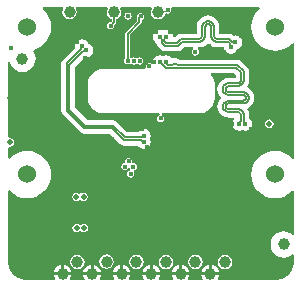
<source format=gbl>
G04*
G04 #@! TF.GenerationSoftware,Altium Limited,Altium Designer,20.0.13 (296)*
G04*
G04 Layer_Physical_Order=4*
G04 Layer_Color=16711680*
%FSLAX44Y44*%
%MOMM*%
G71*
G01*
G75*
%ADD13C,0.2000*%
%ADD57C,0.1270*%
%ADD60C,1.0000*%
%ADD62C,0.1016*%
%ADD66C,0.1040*%
%ADD69C,1.5240*%
%ADD70C,0.4100*%
%ADD71C,0.4000*%
%ADD72C,0.5080*%
%ADD73C,0.4064*%
G36*
X-74982Y115426D02*
X-74383Y114305D01*
X-74777Y113716D01*
X-75243Y111375D01*
X-74777Y109034D01*
X-73451Y107049D01*
X-71466Y105723D01*
X-69125Y105258D01*
X-66784Y105723D01*
X-64799Y107049D01*
X-63473Y109034D01*
X-63007Y111375D01*
X-63473Y113716D01*
X-63867Y114305D01*
X-63268Y115426D01*
X-37357D01*
X-36758Y114305D01*
X-37152Y113716D01*
X-37617Y111375D01*
X-37152Y109034D01*
X-35826Y107049D01*
X-33841Y105723D01*
X-33167Y105589D01*
Y104055D01*
X-34250Y103110D01*
X-35440Y102873D01*
X-36449Y102199D01*
X-37123Y101190D01*
X-37360Y100000D01*
X-37123Y98810D01*
X-36449Y97801D01*
X-35440Y97127D01*
X-34250Y96890D01*
X-33060Y97127D01*
X-32051Y97801D01*
X-31377Y98810D01*
X-31140Y100000D01*
X-31281Y100705D01*
X-30321Y101664D01*
X-29960Y102205D01*
X-29833Y102843D01*
Y105589D01*
X-29159Y105723D01*
X-27174Y107049D01*
X-25848Y109034D01*
X-25382Y111375D01*
X-25848Y113716D01*
X-26242Y114305D01*
X-25643Y115426D01*
X-107D01*
X492Y114305D01*
X98Y113716D01*
X-367Y111375D01*
X98Y109034D01*
X1424Y107049D01*
X3409Y105723D01*
X5750Y105258D01*
X8091Y105723D01*
X10076Y107049D01*
X11402Y109034D01*
X11605Y110055D01*
X12685Y110502D01*
X13875Y110265D01*
X15065Y110502D01*
X16074Y111176D01*
X16748Y112185D01*
X16985Y113375D01*
X16830Y114156D01*
X17584Y115426D01*
X91525Y115426D01*
X91952Y114230D01*
X90754Y113246D01*
X88248Y110193D01*
X86387Y106710D01*
X85240Y102930D01*
X84853Y99000D01*
X85240Y95070D01*
X86387Y91290D01*
X88248Y87807D01*
X90754Y84754D01*
X93807Y82248D01*
X97290Y80387D01*
X101069Y79240D01*
X105000Y78853D01*
X108931Y79240D01*
X112710Y80387D01*
X116193Y82248D01*
X119246Y84754D01*
X119920Y85575D01*
X121116Y85147D01*
X121116Y-12147D01*
X119920Y-12575D01*
X119246Y-11754D01*
X116193Y-9248D01*
X112710Y-7387D01*
X108931Y-6240D01*
X105000Y-5853D01*
X101069Y-6240D01*
X97290Y-7387D01*
X93807Y-9248D01*
X90754Y-11754D01*
X88248Y-14807D01*
X86387Y-18290D01*
X85240Y-22069D01*
X84853Y-26000D01*
X85240Y-29931D01*
X86387Y-33710D01*
X88248Y-37193D01*
X90754Y-40246D01*
X93807Y-42752D01*
X97290Y-44613D01*
X101069Y-45760D01*
X105000Y-46147D01*
X108931Y-45760D01*
X112710Y-44613D01*
X116193Y-42752D01*
X119246Y-40246D01*
X119920Y-39425D01*
X121116Y-39853D01*
X121116Y-76345D01*
X119846Y-76867D01*
X117910Y-75382D01*
X115204Y-74261D01*
X112300Y-73879D01*
X109396Y-74261D01*
X106690Y-75382D01*
X104366Y-77166D01*
X102582Y-79489D01*
X101461Y-82196D01*
X101079Y-85100D01*
X101461Y-88004D01*
X102582Y-90710D01*
X104366Y-93034D01*
X106690Y-94818D01*
X109396Y-95939D01*
X112300Y-96321D01*
X115204Y-95939D01*
X117910Y-94818D01*
X119846Y-93333D01*
X121116Y-93855D01*
Y-100897D01*
X120496Y-104011D01*
X119281Y-106944D01*
X117518Y-109583D01*
X115273Y-111828D01*
X112634Y-113591D01*
X109701Y-114806D01*
X106587Y-115426D01*
X105000Y-115426D01*
X56941Y-115426D01*
X56315Y-114156D01*
X56586Y-113802D01*
X57346Y-111968D01*
X57438Y-111270D01*
X50000D01*
X42562D01*
X42654Y-111968D01*
X43414Y-113802D01*
X43685Y-114156D01*
X43059Y-115426D01*
X31942Y-115426D01*
X31315Y-114156D01*
X31586Y-113802D01*
X32346Y-111968D01*
X32438Y-111270D01*
X25000D01*
X17562D01*
X17654Y-111968D01*
X18414Y-113802D01*
X18685Y-114156D01*
X18058Y-115426D01*
X6942Y-115426D01*
X6315Y-114156D01*
X6586Y-113802D01*
X7346Y-111968D01*
X7438Y-111270D01*
X0D01*
X-7438D01*
X-7346Y-111968D01*
X-6586Y-113802D01*
X-6315Y-114156D01*
X-6942Y-115426D01*
X-18059Y-115426D01*
X-18685Y-114156D01*
X-18414Y-113802D01*
X-17654Y-111968D01*
X-17562Y-111270D01*
X-25000D01*
X-32438D01*
X-32346Y-111968D01*
X-31586Y-113802D01*
X-31316Y-114156D01*
X-31942Y-115426D01*
X-43058Y-115426D01*
X-43685Y-114156D01*
X-43414Y-113802D01*
X-42654Y-111968D01*
X-42562Y-111270D01*
X-50000D01*
X-57438D01*
X-57346Y-111968D01*
X-56586Y-113802D01*
X-56315Y-114156D01*
X-56942Y-115426D01*
X-68058Y-115426D01*
X-68685Y-114156D01*
X-68414Y-113802D01*
X-67654Y-111968D01*
X-67562Y-111270D01*
X-75000D01*
X-82438D01*
X-82346Y-111968D01*
X-81586Y-113802D01*
X-81315Y-114156D01*
X-81942Y-115426D01*
X-106587Y-115426D01*
X-109701Y-114806D01*
X-112633Y-113591D01*
X-115273Y-111828D01*
X-117518Y-109583D01*
X-119281Y-106944D01*
X-120496Y-104011D01*
X-121115Y-100897D01*
X-121115Y-99310D01*
X-121115Y-99310D01*
X-121115Y-99310D01*
X-121115Y-39853D01*
X-119920Y-39425D01*
X-119246Y-40246D01*
X-116193Y-42752D01*
X-112710Y-44613D01*
X-108931Y-45760D01*
X-105000Y-46147D01*
X-101069Y-45760D01*
X-97290Y-44613D01*
X-93807Y-42752D01*
X-90754Y-40246D01*
X-88248Y-37193D01*
X-86387Y-33710D01*
X-85240Y-29931D01*
X-84853Y-26000D01*
X-85240Y-22069D01*
X-86387Y-18290D01*
X-88248Y-14807D01*
X-90754Y-11754D01*
X-93807Y-9248D01*
X-97290Y-7387D01*
X-101069Y-6240D01*
X-105000Y-5853D01*
X-108931Y-6240D01*
X-112710Y-7387D01*
X-116193Y-9248D01*
X-119246Y-11754D01*
X-119920Y-12575D01*
X-121115Y-12147D01*
Y-3381D01*
X-119845Y-2391D01*
X-119375Y-2484D01*
X-117994Y-2210D01*
X-116823Y-1427D01*
X-116040Y-256D01*
X-115766Y1125D01*
X-116040Y2506D01*
X-116823Y3677D01*
X-117994Y4460D01*
X-119375Y4734D01*
X-119845Y4641D01*
X-121115Y5631D01*
X-121115Y69064D01*
X-119845Y69147D01*
X-119839Y69096D01*
X-118718Y66389D01*
X-116934Y64066D01*
X-114611Y62282D01*
X-111904Y61161D01*
X-109000Y60779D01*
X-106096Y61161D01*
X-103390Y62282D01*
X-101066Y64066D01*
X-99282Y66389D01*
X-98161Y69096D01*
X-97779Y72000D01*
X-98161Y74904D01*
X-99282Y77611D01*
X-99955Y78487D01*
X-99566Y79696D01*
X-97290Y80387D01*
X-93807Y82248D01*
X-90754Y84754D01*
X-88248Y87807D01*
X-86387Y91290D01*
X-85240Y95070D01*
X-84853Y99000D01*
X-85240Y102930D01*
X-86387Y106710D01*
X-88248Y110193D01*
X-90754Y113246D01*
X-91953Y114230D01*
X-91525Y115426D01*
X-74982Y115426D01*
D02*
G37*
%LPC*%
G36*
X-19651Y111366D02*
X-20842Y111129D01*
X-21850Y110455D01*
X-22524Y109446D01*
X-22761Y108256D01*
X-22524Y107066D01*
X-21850Y106057D01*
X-20842Y105383D01*
X-19651Y105146D01*
X-18461Y105383D01*
X-17452Y106057D01*
X-16778Y107066D01*
X-16542Y108256D01*
X-16778Y109446D01*
X-17452Y110455D01*
X-18461Y111129D01*
X-19651Y111366D01*
D02*
G37*
G36*
X48138Y108661D02*
X45719Y108343D01*
X43464Y107409D01*
X41528Y105924D01*
X40043Y103987D01*
X39109Y101733D01*
X38804Y99419D01*
X38783Y99313D01*
Y93202D01*
X25187D01*
X23452Y92857D01*
X21982Y91874D01*
X21982Y91874D01*
X20250Y90142D01*
X18883Y90189D01*
X18525Y90625D01*
X18070Y92912D01*
X16775Y94850D01*
X14836Y96145D01*
X12550Y96600D01*
X10264Y96145D01*
X10000Y95969D01*
X9736Y96145D01*
X7450Y96600D01*
X5163Y96145D01*
X3225Y94850D01*
X1930Y92912D01*
X1475Y90625D01*
X1930Y88339D01*
X3225Y86400D01*
X4338Y85656D01*
X4670Y83989D01*
X5652Y82519D01*
X8250Y79920D01*
X9721Y78938D01*
X11455Y78593D01*
X22875D01*
X24609Y78938D01*
X26080Y79920D01*
X28011Y81852D01*
X35289D01*
X35426Y81649D01*
X35166Y79974D01*
X34492Y78965D01*
X34255Y77775D01*
X34492Y76585D01*
X35166Y75576D01*
X36175Y74902D01*
X37365Y74665D01*
X38555Y74902D01*
X39564Y75576D01*
X40238Y76585D01*
X40474Y77775D01*
X40238Y78965D01*
X39564Y79974D01*
X39303Y81649D01*
X39440Y81852D01*
X40778D01*
X40883Y81873D01*
X43198Y82177D01*
X45452Y83111D01*
X47388Y84597D01*
X47503Y84746D01*
X48773D01*
X48888Y84597D01*
X50824Y83111D01*
X53079Y82177D01*
X55393Y81873D01*
X55498Y81852D01*
X61554D01*
X61949Y79866D01*
X63244Y77928D01*
X65182Y76633D01*
X67469Y76178D01*
X69755Y76633D01*
X71694Y77928D01*
X72989Y79866D01*
X73058Y80214D01*
X73406Y80283D01*
X75344Y81578D01*
X76640Y83517D01*
X77094Y85803D01*
X76640Y88090D01*
X75344Y90028D01*
X73406Y91323D01*
X71120Y91778D01*
X69785Y91513D01*
X69424Y91874D01*
X67953Y92857D01*
X66219Y93202D01*
X57493D01*
Y99313D01*
X57472Y99419D01*
X57168Y101733D01*
X56234Y103987D01*
X54748Y105924D01*
X52812Y107409D01*
X50558Y108343D01*
X48138Y108661D01*
D02*
G37*
G36*
X12550Y75222D02*
X10264Y74767D01*
X10000Y74591D01*
X9736Y74767D01*
X7450Y75222D01*
X5163Y74767D01*
X3225Y73472D01*
X1930Y71533D01*
X1475Y69247D01*
X1618Y68531D01*
X1253Y68236D01*
X448Y67901D01*
X-348Y68433D01*
X-1538Y68670D01*
X-2728Y68433D01*
X-3737Y67759D01*
X-4411Y66750D01*
X-4648Y65560D01*
X-4508Y64855D01*
X-5298Y63585D01*
X-40985D01*
X-41360Y63510D01*
X-41743D01*
X-43675Y63126D01*
X-44028Y62979D01*
X-44404Y62905D01*
X-46223Y62151D01*
X-46542Y61938D01*
X-46895Y61792D01*
X-48533Y60697D01*
X-48803Y60427D01*
X-49121Y60214D01*
X-50514Y58822D01*
X-50727Y58503D01*
X-50998Y58233D01*
X-52092Y56595D01*
X-52238Y56241D01*
X-52451Y55923D01*
X-53205Y54103D01*
X-53279Y53728D01*
X-53426Y53375D01*
X-53810Y51443D01*
Y51060D01*
X-53885Y50685D01*
Y38715D01*
X-53810Y38340D01*
Y37957D01*
X-53426Y36025D01*
X-53279Y35672D01*
X-53205Y35296D01*
X-52451Y33477D01*
X-52238Y33159D01*
X-52092Y32805D01*
X-50998Y31167D01*
X-50727Y30897D01*
X-50514Y30579D01*
X-49121Y29186D01*
X-48803Y28973D01*
X-48533Y28703D01*
X-46895Y27608D01*
X-46542Y27462D01*
X-46223Y27249D01*
X-44404Y26495D01*
X-44028Y26421D01*
X-43675Y26274D01*
X-41743Y25890D01*
X-41360D01*
X-40985Y25815D01*
X6923D01*
X7048Y24545D01*
X6810Y24498D01*
X5801Y23824D01*
X5127Y22815D01*
X4890Y21625D01*
X5127Y20435D01*
X5801Y19426D01*
X6810Y18752D01*
X8000Y18515D01*
X9190Y18752D01*
X10199Y19426D01*
X10873Y20435D01*
X11110Y21625D01*
X10873Y22815D01*
X10199Y23824D01*
X9190Y24498D01*
X8952Y24545D01*
X9077Y25815D01*
X40985D01*
X41360Y25890D01*
X41743D01*
X43675Y26274D01*
X44028Y26421D01*
X44404Y26495D01*
X46223Y27249D01*
X46541Y27462D01*
X46895Y27608D01*
X48533Y28703D01*
X48803Y28973D01*
X49121Y29186D01*
X50514Y30579D01*
X50727Y30897D01*
X50998Y31167D01*
X52092Y32805D01*
X52238Y33159D01*
X52451Y33477D01*
X53205Y35297D01*
X53279Y35672D01*
X53426Y36025D01*
X53810Y37957D01*
Y38340D01*
X53885Y38715D01*
Y50685D01*
X53810Y51060D01*
Y51443D01*
X53426Y53375D01*
X53279Y53728D01*
X53205Y54103D01*
X52451Y55923D01*
X52238Y56241D01*
X52092Y56595D01*
X50998Y58233D01*
X50727Y58503D01*
X50639Y58635D01*
X51005Y59905D01*
X70186D01*
X71557Y58534D01*
Y55699D01*
X65337D01*
X65232Y55678D01*
X62919Y55374D01*
X60665Y54440D01*
X58729Y52955D01*
X57244Y51019D01*
X56310Y48765D01*
X55992Y46346D01*
X56310Y43927D01*
X57244Y41673D01*
X58678Y39804D01*
X58875Y39439D01*
Y38541D01*
X58678Y38176D01*
X57244Y36307D01*
X56310Y34053D01*
X55992Y31634D01*
X56310Y29215D01*
X57244Y26961D01*
X58729Y25025D01*
X60665Y23540D01*
X62919Y22607D01*
X65232Y22302D01*
X65337Y22281D01*
X69668D01*
X69798Y22127D01*
X70231Y21011D01*
X69162Y19411D01*
X68707Y17125D01*
X69162Y14839D01*
X70457Y12900D01*
X72396Y11605D01*
X74682Y11150D01*
X76968Y11605D01*
X77232Y11781D01*
X77496Y11605D01*
X79782Y11150D01*
X82069Y11605D01*
X84007Y12900D01*
X85302Y14839D01*
X85757Y17125D01*
X85302Y19411D01*
X84007Y21350D01*
X82907Y22085D01*
Y24278D01*
X82886Y24384D01*
X82582Y26697D01*
X81648Y28951D01*
X81404Y29269D01*
X81733Y30496D01*
X82701Y30896D01*
X84636Y32381D01*
X86121Y34317D01*
X87055Y36571D01*
X87374Y38990D01*
X87055Y41409D01*
X86121Y43663D01*
X84636Y45599D01*
X82701Y47084D01*
X81733Y47485D01*
X81404Y48712D01*
X81648Y49029D01*
X82582Y51283D01*
X82886Y53596D01*
X82907Y53702D01*
Y61358D01*
X82562Y63092D01*
X81580Y64563D01*
X81580Y64563D01*
X76215Y69927D01*
X74745Y70910D01*
X73010Y71255D01*
X24901D01*
X24027D01*
X22677Y72157D01*
X20844Y72522D01*
Y72517D01*
X18816D01*
Y72522D01*
X17575Y72275D01*
X16775Y73472D01*
X14836Y74767D01*
X12550Y75222D01*
D02*
G37*
G36*
X-58736Y88711D02*
X-61023Y88256D01*
X-62961Y86961D01*
X-64256Y85023D01*
X-64711Y82736D01*
X-64453Y81439D01*
X-74671Y71221D01*
X-75654Y69751D01*
X-75999Y68017D01*
Y27984D01*
X-75654Y26249D01*
X-74671Y24779D01*
X-59813Y9920D01*
X-59813Y9920D01*
X-58342Y8938D01*
X-56608Y8593D01*
X-34905D01*
X-26196Y-116D01*
X-26196Y-116D01*
X-24726Y-1098D01*
X-22991Y-1443D01*
X-11335D01*
X-10600Y-2543D01*
X-8661Y-3838D01*
X-6375Y-4293D01*
X-4089Y-3838D01*
X-2150Y-2543D01*
X-855Y-604D01*
X-400Y1682D01*
X-855Y3968D01*
X-1031Y4232D01*
X-855Y4496D01*
X-400Y6782D01*
X-855Y9068D01*
X-2150Y11007D01*
X-4089Y12302D01*
X-6375Y12757D01*
X-8661Y12302D01*
X-10600Y11007D01*
X-11335Y9907D01*
X-20167D01*
X-28876Y18616D01*
X-30346Y19598D01*
X-32080Y19943D01*
X-53784D01*
X-64648Y30808D01*
Y65192D01*
X-56430Y73411D01*
X-55129Y73152D01*
X-52843Y73607D01*
X-50905Y74902D01*
X-49609Y76840D01*
X-49155Y79127D01*
X-49609Y81413D01*
X-50905Y83352D01*
X-52843Y84647D01*
X-53154Y84709D01*
X-53216Y85023D01*
X-54511Y86961D01*
X-56450Y88256D01*
X-58736Y88711D01*
D02*
G37*
G36*
X-8975Y111139D02*
X-10165Y110902D01*
X-11174Y110228D01*
X-11848Y109219D01*
X-12085Y108029D01*
X-11933Y107265D01*
X-11950Y107179D01*
Y104272D01*
X-21419Y94802D01*
X-21862Y94141D01*
X-22017Y93361D01*
Y72658D01*
X-22176Y72551D01*
X-22851Y71543D01*
X-23087Y70353D01*
X-22851Y69163D01*
X-22176Y68154D01*
X-21168Y67480D01*
X-19978Y67243D01*
X-18788Y67480D01*
X-18409Y67733D01*
X-17059Y67998D01*
X-16050Y67324D01*
X-14860Y67087D01*
X-13670Y67324D01*
X-13224Y67622D01*
X-12305Y67893D01*
X-11385Y67622D01*
X-10940Y67324D01*
X-9750Y67087D01*
X-8559Y67324D01*
X-7551Y67998D01*
X-6877Y69007D01*
X-6640Y70197D01*
X-6877Y71387D01*
X-7551Y72396D01*
X-8559Y73070D01*
X-9750Y73307D01*
X-10940Y73070D01*
X-11385Y72772D01*
X-12305Y72501D01*
X-13224Y72772D01*
X-13670Y73070D01*
X-14860Y73307D01*
X-16050Y73070D01*
X-16429Y72817D01*
X-16853Y72733D01*
X-17884Y73168D01*
X-17938Y73219D01*
Y92516D01*
X-8469Y101986D01*
X-8027Y102647D01*
X-7872Y103427D01*
Y105139D01*
X-7785Y105156D01*
X-6776Y105830D01*
X-6102Y106839D01*
X-5865Y108029D01*
X-6102Y109219D01*
X-6776Y110228D01*
X-7785Y110902D01*
X-8975Y111139D01*
D02*
G37*
G36*
X100125Y20609D02*
X98744Y20335D01*
X97573Y19552D01*
X96790Y18381D01*
X96516Y17000D01*
X96790Y15619D01*
X97573Y14448D01*
X98744Y13665D01*
X100125Y13391D01*
X101506Y13665D01*
X102677Y14448D01*
X103460Y15619D01*
X103734Y17000D01*
X103460Y18381D01*
X102677Y19552D01*
X101506Y20335D01*
X100125Y20609D01*
D02*
G37*
G36*
X-19100Y-11686D02*
X-20290Y-11923D01*
X-21299Y-12597D01*
X-21973Y-13606D01*
X-22210Y-14796D01*
X-22186Y-14915D01*
X-22164Y-16038D01*
X-23108Y-16295D01*
X-23352Y-16344D01*
X-24361Y-17018D01*
X-25035Y-18027D01*
X-25272Y-19217D01*
X-25035Y-20407D01*
X-24361Y-21416D01*
X-23352Y-22090D01*
X-22162Y-22327D01*
X-20972Y-22090D01*
X-19963Y-21416D01*
X-19442Y-20636D01*
X-18483Y-20583D01*
X-18057Y-20675D01*
X-17644Y-21379D01*
X-18069Y-22527D01*
X-18564Y-22626D01*
X-19573Y-23300D01*
X-20247Y-24309D01*
X-20484Y-25499D01*
X-20247Y-26689D01*
X-19573Y-27698D01*
X-18564Y-28372D01*
X-17374Y-28608D01*
X-16184Y-28372D01*
X-15175Y-27698D01*
X-14501Y-26689D01*
X-14264Y-25499D01*
X-14501Y-24309D01*
X-14813Y-23842D01*
X-14304Y-22471D01*
X-13809Y-22372D01*
X-12800Y-21698D01*
X-12126Y-20689D01*
X-11889Y-19499D01*
X-12126Y-18309D01*
X-12800Y-17300D01*
X-13809Y-16626D01*
X-14999Y-16389D01*
X-15099Y-16409D01*
X-16093Y-15312D01*
X-15990Y-14796D01*
X-16227Y-13606D01*
X-16901Y-12597D01*
X-17910Y-11923D01*
X-19100Y-11686D01*
D02*
G37*
G36*
X-63247Y-41263D02*
X-64629Y-41538D01*
X-65800Y-42320D01*
X-66582Y-43491D01*
X-66857Y-44873D01*
X-66582Y-46254D01*
X-65800Y-47425D01*
X-64629Y-48207D01*
X-63247Y-48482D01*
X-61866Y-48207D01*
X-61139Y-47722D01*
X-59810Y-47425D01*
X-58639Y-48208D01*
X-57258Y-48483D01*
X-55876Y-48208D01*
X-54705Y-47425D01*
X-53923Y-46255D01*
X-53648Y-44873D01*
X-53923Y-43492D01*
X-54705Y-42321D01*
X-55876Y-41539D01*
X-57258Y-41264D01*
X-58639Y-41539D01*
X-59366Y-42024D01*
X-60695Y-42320D01*
X-61866Y-41538D01*
X-63247Y-41263D01*
D02*
G37*
G36*
X-63038Y-67556D02*
X-64419Y-67830D01*
X-65590Y-68613D01*
X-66373Y-69784D01*
X-66648Y-71165D01*
X-66373Y-72546D01*
X-65590Y-73717D01*
X-64419Y-74500D01*
X-63038Y-74774D01*
X-61657Y-74500D01*
X-61063Y-74103D01*
X-59652Y-73929D01*
X-58481Y-74712D01*
X-57099Y-74986D01*
X-55718Y-74712D01*
X-54547Y-73929D01*
X-53765Y-72758D01*
X-53490Y-71377D01*
X-53765Y-69996D01*
X-54547Y-68825D01*
X-55718Y-68042D01*
X-57099Y-67768D01*
X-58481Y-68042D01*
X-59075Y-68439D01*
X-60486Y-68613D01*
X-61657Y-67830D01*
X-63038Y-67556D01*
D02*
G37*
G36*
X-37755Y-93628D02*
X-40096Y-94094D01*
X-42080Y-95420D01*
X-43407Y-97404D01*
X-43872Y-99745D01*
X-43407Y-102086D01*
X-42080Y-104071D01*
X-40096Y-105397D01*
X-37755Y-105863D01*
X-35413Y-105397D01*
X-33429Y-104071D01*
X-32103Y-102086D01*
X-31637Y-99745D01*
X-32103Y-97404D01*
X-33429Y-95420D01*
X-35413Y-94094D01*
X-37755Y-93628D01*
D02*
G37*
G36*
X62500Y-93883D02*
X60159Y-94348D01*
X58174Y-95674D01*
X56848Y-97659D01*
X56382Y-100000D01*
X56848Y-102341D01*
X58174Y-104326D01*
X60159Y-105652D01*
X62500Y-106117D01*
X64841Y-105652D01*
X66826Y-104326D01*
X68152Y-102341D01*
X68618Y-100000D01*
X68152Y-97659D01*
X66826Y-95674D01*
X64841Y-94348D01*
X62500Y-93883D01*
D02*
G37*
G36*
X37500D02*
X35159Y-94348D01*
X33174Y-95674D01*
X31848Y-97659D01*
X31383Y-100000D01*
X31848Y-102341D01*
X33174Y-104326D01*
X35159Y-105652D01*
X37500Y-106117D01*
X39841Y-105652D01*
X41826Y-104326D01*
X43152Y-102341D01*
X43618Y-100000D01*
X43152Y-97659D01*
X41826Y-95674D01*
X39841Y-94348D01*
X37500Y-93883D01*
D02*
G37*
G36*
X12500D02*
X10159Y-94348D01*
X8174Y-95674D01*
X6848Y-97659D01*
X6382Y-100000D01*
X6848Y-102341D01*
X8174Y-104326D01*
X10159Y-105652D01*
X12500Y-106117D01*
X14841Y-105652D01*
X16826Y-104326D01*
X18152Y-102341D01*
X18618Y-100000D01*
X18152Y-97659D01*
X16826Y-95674D01*
X14841Y-94348D01*
X12500Y-93883D01*
D02*
G37*
G36*
X-12500D02*
X-14841Y-94348D01*
X-16826Y-95674D01*
X-18152Y-97659D01*
X-18618Y-100000D01*
X-18152Y-102341D01*
X-16826Y-104326D01*
X-14841Y-105652D01*
X-12500Y-106117D01*
X-10159Y-105652D01*
X-8174Y-104326D01*
X-6848Y-102341D01*
X-6382Y-100000D01*
X-6848Y-97659D01*
X-8174Y-95674D01*
X-10159Y-94348D01*
X-12500Y-93883D01*
D02*
G37*
G36*
X-62500D02*
X-64841Y-94348D01*
X-66826Y-95674D01*
X-68152Y-97659D01*
X-68618Y-100000D01*
X-68152Y-102341D01*
X-66826Y-104326D01*
X-64841Y-105652D01*
X-62500Y-106117D01*
X-60159Y-105652D01*
X-58174Y-104326D01*
X-56848Y-102341D01*
X-56382Y-100000D01*
X-56848Y-97659D01*
X-58174Y-95674D01*
X-60159Y-94348D01*
X-62500Y-93883D01*
D02*
G37*
G36*
X26270Y-102562D02*
Y-108730D01*
X32438D01*
X32346Y-108032D01*
X31586Y-106198D01*
X30378Y-104622D01*
X28802Y-103414D01*
X26968Y-102654D01*
X26270Y-102562D01*
D02*
G37*
G36*
X-73730D02*
Y-108730D01*
X-67562D01*
X-67654Y-108032D01*
X-68414Y-106198D01*
X-69622Y-104622D01*
X-71198Y-103414D01*
X-73032Y-102654D01*
X-73730Y-102562D01*
D02*
G37*
G36*
X23730Y-102562D02*
X23032Y-102654D01*
X21198Y-103414D01*
X19622Y-104622D01*
X18414Y-106198D01*
X17654Y-108032D01*
X17562Y-108730D01*
X23730D01*
Y-102562D01*
D02*
G37*
G36*
X-76270D02*
X-76968Y-102654D01*
X-78802Y-103414D01*
X-80378Y-104622D01*
X-81586Y-106198D01*
X-82346Y-108032D01*
X-82438Y-108730D01*
X-76270D01*
Y-102562D01*
D02*
G37*
G36*
X-23730Y-102562D02*
Y-108730D01*
X-17562D01*
X-17654Y-108032D01*
X-18414Y-106198D01*
X-19623Y-104622D01*
X-21198Y-103414D01*
X-23032Y-102654D01*
X-23730Y-102562D01*
D02*
G37*
G36*
X-26270D02*
X-26969Y-102654D01*
X-28803Y-103414D01*
X-30378Y-104622D01*
X-31586Y-106198D01*
X-32346Y-108032D01*
X-32438Y-108730D01*
X-26270D01*
Y-102562D01*
D02*
G37*
G36*
X51270Y-102562D02*
Y-108730D01*
X57438D01*
X57346Y-108032D01*
X56586Y-106198D01*
X55378Y-104622D01*
X53802Y-103414D01*
X51968Y-102654D01*
X51270Y-102562D01*
D02*
G37*
G36*
X1270D02*
Y-108730D01*
X7438D01*
X7346Y-108032D01*
X6586Y-106198D01*
X5378Y-104622D01*
X3803Y-103414D01*
X1968Y-102654D01*
X1270Y-102562D01*
D02*
G37*
G36*
X-48730D02*
Y-108730D01*
X-42562D01*
X-42654Y-108032D01*
X-43414Y-106198D01*
X-44622Y-104622D01*
X-46198Y-103414D01*
X-48032Y-102654D01*
X-48730Y-102562D01*
D02*
G37*
G36*
X48730Y-102562D02*
X48032Y-102654D01*
X46198Y-103414D01*
X44622Y-104622D01*
X43414Y-106198D01*
X42654Y-108032D01*
X42562Y-108730D01*
X48730D01*
Y-102562D01*
D02*
G37*
G36*
X-1270D02*
X-1968Y-102654D01*
X-3803Y-103414D01*
X-5378Y-104622D01*
X-6586Y-106198D01*
X-7346Y-108032D01*
X-7438Y-108730D01*
X-1270D01*
Y-102562D01*
D02*
G37*
G36*
X-51270D02*
X-51968Y-102654D01*
X-53802Y-103414D01*
X-55378Y-104622D01*
X-56586Y-106198D01*
X-57346Y-108032D01*
X-57438Y-108730D01*
X-51270D01*
Y-102562D01*
D02*
G37*
%LPD*%
D13*
X5750Y112250D02*
X6566D01*
X-19978Y93361D02*
X-9911Y103427D01*
Y107179D01*
X-19978Y70353D02*
Y93361D01*
X-31500Y112750D02*
X-29969Y111219D01*
X6566Y111842D02*
Y112250D01*
D57*
X17320Y66723D02*
X18562Y67727D01*
X18816Y67985D02*
X18563Y67731D01*
X21097D02*
X20844Y67985D01*
X21097Y67731D02*
X22340Y66723D01*
X73554Y48881D02*
X75964Y49527D01*
X77729Y51292D01*
X78375Y53702D01*
X65337Y48881D02*
X63142Y47614D01*
Y45079D01*
X65337Y43811D01*
X78028Y34169D02*
X80438Y34815D01*
X82203Y36580D01*
X82849Y38990D01*
X82203Y41401D01*
X80438Y43165D01*
X78028Y43811D01*
X65337Y34169D02*
X63142Y32902D01*
Y30367D01*
X65337Y29099D01*
X78375Y24278D02*
X77729Y26689D01*
X75964Y28453D01*
X73554Y29099D01*
Y51167D02*
X75346Y51910D01*
X76089Y53702D01*
X65337Y51167D02*
X62927Y50521D01*
X61162Y48757D01*
X60516Y46346D01*
X61162Y43936D01*
X62927Y42171D01*
X65337Y41525D01*
X78028Y36455D02*
X80223Y37723D01*
Y40258D01*
X78028Y41525D01*
X65337Y36455D02*
X62927Y35809D01*
X61162Y34045D01*
X60516Y31634D01*
X61162Y29224D01*
X62927Y27459D01*
X65337Y26813D01*
X76089Y24278D02*
X75346Y26071D01*
X73554Y26813D01*
X50675Y91207D02*
X51321Y88795D01*
X53087Y87030D01*
X55498Y86384D01*
X50675Y99313D02*
X49407Y101510D01*
X46870D01*
X45601Y99313D01*
X40778Y86384D02*
X43190Y87030D01*
X44955Y88795D01*
X45601Y91207D01*
X52961D02*
X53704Y89413D01*
X55498Y88670D01*
X52961Y99313D02*
X52315Y101725D01*
X50550Y103490D01*
X48138Y104136D01*
X45727Y103490D01*
X43961Y101725D01*
X43315Y99313D01*
X40778Y88670D02*
X42572Y89413D01*
X43315Y91207D01*
X-31500Y111375D02*
Y112750D01*
Y102843D02*
Y111375D01*
X-34250Y100093D02*
X-31500Y102843D01*
X-34250Y100000D02*
Y100093D01*
X-32080Y15411D02*
X-22044Y5375D01*
X-33027Y13125D02*
X-22991Y3089D01*
X-55659Y78597D02*
X-55129Y79127D01*
X-57653Y78597D02*
X-55659D01*
X-69180Y28930D02*
Y67070D01*
Y28930D02*
X-55661Y15411D01*
X-69180Y67070D02*
X-57653Y78597D01*
X-55661Y15411D02*
X-32080D01*
X-56608Y13125D02*
X-33027D01*
X-59268Y80215D02*
Y82205D01*
X-58736Y82736D01*
X-71466Y27984D02*
Y68017D01*
Y27984D02*
X-56608Y13125D01*
X-71466Y68017D02*
X-59268Y80215D01*
X-7141Y1682D02*
X-6375D01*
X-8548Y3089D02*
X-7141Y1682D01*
Y6782D02*
X-6375D01*
X-8548Y5375D02*
X-7141Y6782D01*
X-22991Y3089D02*
X-8548D01*
X-22044Y5375D02*
X-8548D01*
X14567Y66723D02*
X17320D01*
X18562Y67727D02*
X18563Y67731D01*
X18816Y67985D02*
X20844D01*
X21097Y67731D02*
Y67731D01*
X22340Y66723D02*
X24901Y66723D01*
X25536D01*
X73010D01*
X78375Y53702D02*
Y59974D01*
X65337Y48881D02*
X73554D01*
X65337Y43811D02*
X78028D01*
X65337Y34169D02*
X78028D01*
X65337Y29099D02*
X73554D01*
X78375Y22500D02*
Y24278D01*
X76089Y53702D02*
Y59974D01*
X65337Y51167D02*
X73554D01*
X65337Y41525D02*
X78028D01*
X65337Y36455D02*
X78028D01*
X65337Y26813D02*
X73554D01*
X76089Y22500D02*
Y24278D01*
X65272Y86384D02*
X65500Y86156D01*
X55498Y86384D02*
X65272D01*
X50675Y91207D02*
Y99313D01*
X45601Y91207D02*
Y99313D01*
X39000Y86384D02*
X40778D01*
X55498Y88670D02*
X65500D01*
X52961Y91207D02*
Y99313D01*
X43315Y91207D02*
Y99313D01*
X39000Y88670D02*
X40778D01*
X70263Y85617D02*
Y85862D01*
X11143Y86670D02*
X12402Y85411D01*
X11143Y86670D02*
Y88466D01*
X12550Y89873D02*
Y90625D01*
X12402Y85411D02*
X21928D01*
X11143Y88466D02*
X12550Y89873D01*
X21928Y85411D02*
X25187Y88670D01*
X70263Y85617D02*
X70933D01*
X71120Y85803D01*
X68576Y86313D02*
X69812D01*
X70263Y85862D01*
X66219Y88670D02*
X68576Y86313D01*
X25187Y88670D02*
X39000D01*
X65500D02*
X66219D01*
X8857Y85723D02*
X11455Y83125D01*
X7450Y89873D02*
Y90625D01*
X8857Y85723D02*
Y88466D01*
X7450Y89873D02*
X8857Y88466D01*
X11455Y83125D02*
X22875D01*
X26134Y86384D01*
X66960Y82662D02*
Y84696D01*
Y82662D02*
X67469Y82153D01*
X26134Y86384D02*
X39000D01*
X65500Y86156D02*
X66960Y84696D01*
X12149Y64437D02*
X72063D01*
X12550Y68740D02*
X14567Y66723D01*
X12550Y68740D02*
Y69247D01*
X79782Y17125D02*
Y17877D01*
X78375Y19284D02*
X79782Y17877D01*
X78375Y19284D02*
Y22500D01*
X73010Y66723D02*
X78375Y61358D01*
Y59974D02*
Y61358D01*
X7450Y69135D02*
Y69247D01*
Y69135D02*
X12149Y64437D01*
X74682Y17125D02*
Y17877D01*
X76089Y19284D01*
Y22500D01*
X72063Y64437D02*
X76089Y60411D01*
Y59974D02*
Y60411D01*
D60*
X50000Y-110000D02*
D03*
X-75000D02*
D03*
X-50000D02*
D03*
X-25000D02*
D03*
X0D02*
D03*
X5750Y111375D02*
D03*
X25000Y-110000D02*
D03*
X-69125Y111375D02*
D03*
X-31500Y111375D02*
D03*
X12500Y-100000D02*
D03*
X-12500D02*
D03*
X62500D02*
D03*
X37500D02*
D03*
X-37755Y-99745D02*
D03*
X-62500Y-100000D02*
D03*
X-109000Y72000D02*
D03*
X112300Y-85100D02*
D03*
D62*
X6566Y111842D02*
X7509Y112785D01*
X13285D01*
D66*
X-69223Y111277D02*
X-69125Y111375D01*
D69*
X105000Y-25690D02*
D03*
X-105000D02*
D03*
X105000Y99310D02*
D03*
X-105000D02*
D03*
D70*
X67920Y-70330D02*
D03*
X-8955Y-73580D02*
D03*
X-77205Y112920D02*
D03*
X-118580Y81170D02*
D03*
X93890Y70210D02*
D03*
X98045Y1795D02*
D03*
X84011Y-69198D02*
D03*
X99142Y-85903D02*
D03*
X83420Y-101588D02*
D03*
X67797Y-85965D02*
D03*
X-99203D02*
D03*
X-83580Y-101588D02*
D03*
X-66393Y-86084D02*
D03*
X-83541Y-69025D02*
D03*
X-73205Y-46330D02*
D03*
X20420Y107170D02*
D03*
X-32830Y4045D02*
D03*
X-78205Y35420D02*
D03*
X35670Y98045D02*
D03*
X60545Y95795D02*
D03*
X48670Y82670D02*
D03*
X84545Y50295D02*
D03*
X104420Y65295D02*
D03*
X99294Y47296D02*
D03*
X70295Y-26830D02*
D03*
X116045Y-80D02*
D03*
X115920Y-103205D02*
D03*
X33170Y22045D02*
D03*
X-70330Y17045D02*
D03*
X-77205Y74295D02*
D03*
X-87109Y113487D02*
D03*
X32150Y78833D02*
D03*
X-14860Y70197D02*
D03*
X-9750D02*
D03*
X-11624Y-26374D02*
D03*
X-14999Y-19499D02*
D03*
X-22162Y-19217D02*
D03*
X-14998Y105706D02*
D03*
X-39809Y112833D02*
D03*
X-20699Y113925D02*
D03*
X-24175Y104224D02*
D03*
X-7751Y12625D02*
D03*
X-3556Y-2965D02*
D03*
X15500Y5625D02*
D03*
X8000Y21625D02*
D03*
X62500Y-100000D02*
D03*
X-17374Y-25499D02*
D03*
X37500Y-100000D02*
D03*
X-12500D02*
D03*
X-19100Y-14796D02*
D03*
X12500Y-100000D02*
D03*
X-55129Y79127D02*
D03*
X-58736Y82736D02*
D03*
X-6375Y6782D02*
D03*
Y1682D02*
D03*
X2500Y-45450D02*
D03*
X12550Y90625D02*
D03*
X71120Y85803D02*
D03*
X7450Y90625D02*
D03*
X67469Y82153D02*
D03*
X12550Y69247D02*
D03*
X79782Y17125D02*
D03*
X7450Y69247D02*
D03*
X74682Y17125D02*
D03*
X-40563Y-38850D02*
D03*
X2012Y69500D02*
D03*
X37365Y77775D02*
D03*
X-1538Y65560D02*
D03*
X-54461Y5875D02*
D03*
X-42500Y-69570D02*
D03*
X-42500Y-45450D02*
D03*
X-56250Y72750D02*
D03*
X-54625Y108375D02*
D03*
X-55125Y103000D02*
D03*
X-19651Y108256D02*
D03*
X-8975Y108029D02*
D03*
X75750Y91125D02*
D03*
X-3521Y106817D02*
D03*
X-34250Y100000D02*
D03*
X13875Y113375D02*
D03*
X68149Y16910D02*
D03*
X84607Y12404D02*
D03*
X-63000Y86500D02*
D03*
X4000Y94625D02*
D03*
X16000D02*
D03*
X62000Y77750D02*
D03*
X-19978Y70353D02*
D03*
X-25078Y70353D02*
D03*
X28000Y94625D02*
D03*
X-37755Y-99745D02*
D03*
X-68028Y97779D02*
D03*
X-62500Y-100000D02*
D03*
X45437Y113872D02*
D03*
X-27500Y-45450D02*
D03*
X62500D02*
D03*
X32500D02*
D03*
X47500Y-25500D02*
D03*
Y-45450D02*
D03*
X17500Y-25500D02*
D03*
Y-45450D02*
D03*
X-12500D02*
D03*
D71*
X104451Y-50800D02*
D03*
X94451Y-110800D02*
D03*
X74451D02*
D03*
X64451Y-90800D02*
D03*
X44451Y-10800D02*
D03*
Y-90800D02*
D03*
X34451Y-110800D02*
D03*
X14451D02*
D03*
X-35549Y-90800D02*
D03*
X-65549Y-110800D02*
D03*
X-85549D02*
D03*
X-95549Y-50800D02*
D03*
X-105549Y-70800D02*
D03*
Y-110800D02*
D03*
X0Y-110000D02*
D03*
X-25000D02*
D03*
X-50000Y-110250D02*
D03*
X-75000Y-110000D02*
D03*
X25000Y-110250D02*
D03*
X50000Y-110000D02*
D03*
D72*
X-32030Y-23700D02*
D03*
X-65836Y3438D02*
D03*
X-68410Y-7593D02*
D03*
X-30090Y-11351D02*
D03*
X-60039Y6847D02*
D03*
X-57099Y-71377D02*
D03*
X-63038Y-71165D02*
D03*
X-63247Y-44873D02*
D03*
X-57258Y-44873D02*
D03*
X-69223Y111277D02*
D03*
X115750Y22875D02*
D03*
X104375Y44000D02*
D03*
X115471Y71904D02*
D03*
X100125Y17000D02*
D03*
X-119375Y1125D02*
D03*
X-98375D02*
D03*
X-105049Y19600D02*
D03*
X-119140Y39100D02*
D03*
D73*
X-45500Y-26200D02*
D03*
Y-16200D02*
D03*
M02*

</source>
